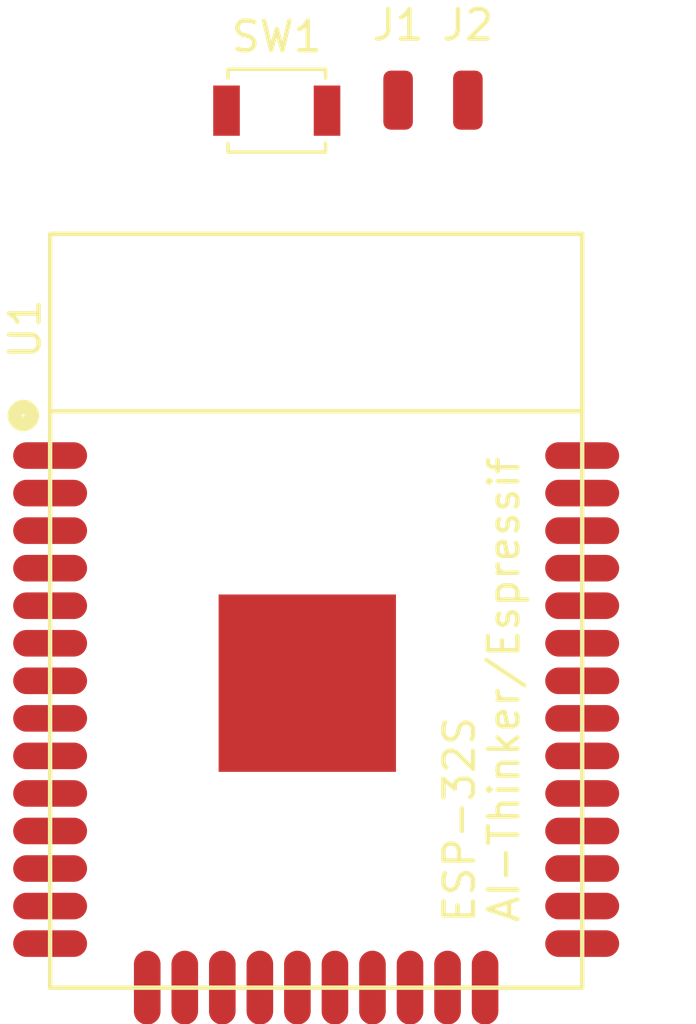
<source format=kicad_pcb>
(kicad_pcb (version 20171130) (host pcbnew "(5.1.6)-1")

  (general
    (thickness 1.6)
    (drawings 0)
    (tracks 0)
    (zones 0)
    (modules 4)
    (nets 40)
  )

  (page A4)
  (layers
    (0 F.Cu signal)
    (31 B.Cu signal)
    (32 B.Adhes user)
    (33 F.Adhes user)
    (34 B.Paste user)
    (35 F.Paste user)
    (36 B.SilkS user)
    (37 F.SilkS user)
    (38 B.Mask user)
    (39 F.Mask user)
    (40 Dwgs.User user)
    (41 Cmts.User user)
    (42 Eco1.User user)
    (43 Eco2.User user)
    (44 Edge.Cuts user)
    (45 Margin user)
    (46 B.CrtYd user)
    (47 F.CrtYd user)
    (48 B.Fab user)
    (49 F.Fab user)
  )

  (setup
    (last_trace_width 0.25)
    (trace_clearance 0.2)
    (zone_clearance 0.508)
    (zone_45_only no)
    (trace_min 0.2)
    (via_size 0.8)
    (via_drill 0.4)
    (via_min_size 0.4)
    (via_min_drill 0.3)
    (uvia_size 0.3)
    (uvia_drill 0.1)
    (uvias_allowed no)
    (uvia_min_size 0.2)
    (uvia_min_drill 0.1)
    (edge_width 0.05)
    (segment_width 0.2)
    (pcb_text_width 0.3)
    (pcb_text_size 1.5 1.5)
    (mod_edge_width 0.12)
    (mod_text_size 1 1)
    (mod_text_width 0.15)
    (pad_size 1.524 1.524)
    (pad_drill 0.762)
    (pad_to_mask_clearance 0.05)
    (aux_axis_origin 0 0)
    (visible_elements 7FFFFFFF)
    (pcbplotparams
      (layerselection 0x010fc_ffffffff)
      (usegerberextensions false)
      (usegerberattributes true)
      (usegerberadvancedattributes true)
      (creategerberjobfile true)
      (excludeedgelayer true)
      (linewidth 0.100000)
      (plotframeref false)
      (viasonmask false)
      (mode 1)
      (useauxorigin false)
      (hpglpennumber 1)
      (hpglpenspeed 20)
      (hpglpendiameter 15.000000)
      (psnegative false)
      (psa4output false)
      (plotreference true)
      (plotvalue true)
      (plotinvisibletext false)
      (padsonsilk false)
      (subtractmaskfromsilk false)
      (outputformat 1)
      (mirror false)
      (drillshape 1)
      (scaleselection 1)
      (outputdirectory ""))
  )

  (net 0 "")
  (net 1 "Net-(U1-Pad37)")
  (net 2 "Net-(U1-Pad36)")
  (net 3 "Net-(U1-Pad33)")
  (net 4 "Net-(U1-Pad32)")
  (net 5 "Net-(U1-Pad31)")
  (net 6 "Net-(U1-Pad30)")
  (net 7 "Net-(U1-Pad29)")
  (net 8 "Net-(U1-Pad28)")
  (net 9 "Net-(U1-Pad27)")
  (net 10 "Net-(U1-Pad26)")
  (net 11 "Net-(U1-Pad24)")
  (net 12 "Net-(U1-Pad23)")
  (net 13 "Net-(U1-Pad22)")
  (net 14 "Net-(U1-Pad21)")
  (net 15 "Net-(U1-Pad20)")
  (net 16 "Net-(U1-Pad19)")
  (net 17 "Net-(U1-Pad18)")
  (net 18 "Net-(U1-Pad17)")
  (net 19 "Net-(U1-Pad16)")
  (net 20 "Net-(U1-Pad15)")
  (net 21 "Net-(U1-Pad14)")
  (net 22 "Net-(U1-Pad13)")
  (net 23 "Net-(U1-Pad12)")
  (net 24 "Net-(U1-Pad11)")
  (net 25 "Net-(U1-Pad10)")
  (net 26 "Net-(U1-Pad9)")
  (net 27 "Net-(U1-Pad8)")
  (net 28 "Net-(U1-Pad7)")
  (net 29 "Net-(U1-Pad6)")
  (net 30 "Net-(U1-Pad5)")
  (net 31 "Net-(U1-Pad4)")
  (net 32 "Net-(U1-Pad3)")
  (net 33 "Net-(U1-Pad2)")
  (net 34 "Net-(U1-Pad1)")
  (net 35 "Net-(U1-Pad39)")
  (net 36 /Programador/Ground)
  (net 37 /Programador/TXDu0)
  (net 38 /Programador/RXDu0)
  (net 39 /Programador/Boot-Flash)

  (net_class Default "This is the default net class."
    (clearance 0.2)
    (trace_width 0.25)
    (via_dia 0.8)
    (via_drill 0.4)
    (uvia_dia 0.3)
    (uvia_drill 0.1)
    (add_net /Programador/Boot-Flash)
    (add_net /Programador/Ground)
    (add_net /Programador/RXDu0)
    (add_net /Programador/TXDu0)
    (add_net "Net-(U1-Pad1)")
    (add_net "Net-(U1-Pad10)")
    (add_net "Net-(U1-Pad11)")
    (add_net "Net-(U1-Pad12)")
    (add_net "Net-(U1-Pad13)")
    (add_net "Net-(U1-Pad14)")
    (add_net "Net-(U1-Pad15)")
    (add_net "Net-(U1-Pad16)")
    (add_net "Net-(U1-Pad17)")
    (add_net "Net-(U1-Pad18)")
    (add_net "Net-(U1-Pad19)")
    (add_net "Net-(U1-Pad2)")
    (add_net "Net-(U1-Pad20)")
    (add_net "Net-(U1-Pad21)")
    (add_net "Net-(U1-Pad22)")
    (add_net "Net-(U1-Pad23)")
    (add_net "Net-(U1-Pad24)")
    (add_net "Net-(U1-Pad26)")
    (add_net "Net-(U1-Pad27)")
    (add_net "Net-(U1-Pad28)")
    (add_net "Net-(U1-Pad29)")
    (add_net "Net-(U1-Pad3)")
    (add_net "Net-(U1-Pad30)")
    (add_net "Net-(U1-Pad31)")
    (add_net "Net-(U1-Pad32)")
    (add_net "Net-(U1-Pad33)")
    (add_net "Net-(U1-Pad36)")
    (add_net "Net-(U1-Pad37)")
    (add_net "Net-(U1-Pad39)")
    (add_net "Net-(U1-Pad4)")
    (add_net "Net-(U1-Pad5)")
    (add_net "Net-(U1-Pad6)")
    (add_net "Net-(U1-Pad7)")
    (add_net "Net-(U1-Pad8)")
    (add_net "Net-(U1-Pad9)")
  )

  (module ESP32-footprints-Lib:ESP-32S (layer F.Cu) (tedit 58152DB7) (tstamp 61950DB5)
    (at 124.46 82.55)
    (path /619515E6)
    (fp_text reference U1 (at -9.9 -13.8 270) (layer F.SilkS)
      (effects (font (size 1 1) (thickness 0.15)))
    )
    (fp_text value ESP-32S (at 0 -13.97) (layer F.Fab)
      (effects (font (size 1 1) (thickness 0.15)))
    )
    (fp_line (start 8.947434 -17.017338) (end -9.052566 -17.017338) (layer F.SilkS) (width 0.15))
    (fp_line (start 8.947434 8.482662) (end -9.052566 8.482662) (layer F.SilkS) (width 0.15))
    (fp_line (start 8.947434 -17.017338) (end 8.947434 8.482662) (layer F.SilkS) (width 0.15))
    (fp_line (start -9.052566 -17.017338) (end -9.052566 8.482662) (layer F.SilkS) (width 0.15))
    (fp_line (start 8.947434 -11.017338) (end -9.052566 -11.017338) (layer F.SilkS) (width 0.15))
    (fp_circle (center -9.958566 -10.871338) (end -10.085566 -11.125338) (layer F.SilkS) (width 0.5))
    (fp_text user AI-Thinker/Espressif (at 6.3 -1.6 90) (layer F.SilkS)
      (effects (font (size 1 1) (thickness 0.15)))
    )
    (fp_text user ESP-32S (at 4.8 2.8 90) (layer F.SilkS)
      (effects (font (size 1 1) (thickness 0.15)))
    )
    (pad 38 smd oval (at 8.947434 -9.517338 180) (size 2.5 0.9) (layers F.Cu F.Paste F.Mask)
      (net 36 /Programador/Ground))
    (pad 37 smd oval (at 8.947434 -8.247338 180) (size 2.5 0.9) (layers F.Cu F.Paste F.Mask)
      (net 1 "Net-(U1-Pad37)"))
    (pad 36 smd oval (at 8.947434 -6.977338 180) (size 2.5 0.9) (layers F.Cu F.Paste F.Mask)
      (net 2 "Net-(U1-Pad36)"))
    (pad 35 smd oval (at 8.947434 -5.707338 180) (size 2.5 0.9) (layers F.Cu F.Paste F.Mask)
      (net 37 /Programador/TXDu0))
    (pad 34 smd oval (at 8.947434 -4.437338 180) (size 2.5 0.9) (layers F.Cu F.Paste F.Mask)
      (net 38 /Programador/RXDu0))
    (pad 33 smd oval (at 8.947434 -3.167338 180) (size 2.5 0.9) (layers F.Cu F.Paste F.Mask)
      (net 3 "Net-(U1-Pad33)"))
    (pad 32 smd oval (at 8.947434 -1.897338 180) (size 2.5 0.9) (layers F.Cu F.Paste F.Mask)
      (net 4 "Net-(U1-Pad32)"))
    (pad 31 smd oval (at 8.947434 -0.627338 180) (size 2.5 0.9) (layers F.Cu F.Paste F.Mask)
      (net 5 "Net-(U1-Pad31)"))
    (pad 30 smd oval (at 8.947434 0.642662 180) (size 2.5 0.9) (layers F.Cu F.Paste F.Mask)
      (net 6 "Net-(U1-Pad30)"))
    (pad 29 smd oval (at 8.947434 1.912662 180) (size 2.5 0.9) (layers F.Cu F.Paste F.Mask)
      (net 7 "Net-(U1-Pad29)"))
    (pad 28 smd oval (at 8.947434 3.182662 180) (size 2.5 0.9) (layers F.Cu F.Paste F.Mask)
      (net 8 "Net-(U1-Pad28)"))
    (pad 27 smd oval (at 8.947434 4.452662 180) (size 2.5 0.9) (layers F.Cu F.Paste F.Mask)
      (net 9 "Net-(U1-Pad27)"))
    (pad 26 smd oval (at 8.947434 5.722662 180) (size 2.5 0.9) (layers F.Cu F.Paste F.Mask)
      (net 10 "Net-(U1-Pad26)"))
    (pad 25 smd oval (at 8.947434 6.992662 180) (size 2.5 0.9) (layers F.Cu F.Paste F.Mask)
      (net 39 /Programador/Boot-Flash))
    (pad 24 smd oval (at 5.662434 8.482662 180) (size 0.9 2.5) (layers F.Cu F.Paste F.Mask)
      (net 11 "Net-(U1-Pad24)"))
    (pad 23 smd oval (at 4.392434 8.482662 180) (size 0.9 2.5) (layers F.Cu F.Paste F.Mask)
      (net 12 "Net-(U1-Pad23)"))
    (pad 22 smd oval (at 3.122434 8.482662 180) (size 0.9 2.5) (layers F.Cu F.Paste F.Mask)
      (net 13 "Net-(U1-Pad22)"))
    (pad 21 smd oval (at 1.852434 8.482662 180) (size 0.9 2.5) (layers F.Cu F.Paste F.Mask)
      (net 14 "Net-(U1-Pad21)"))
    (pad 20 smd oval (at 0.582434 8.482662 180) (size 0.9 2.5) (layers F.Cu F.Paste F.Mask)
      (net 15 "Net-(U1-Pad20)"))
    (pad 19 smd oval (at -0.687566 8.482662 180) (size 0.9 2.5) (layers F.Cu F.Paste F.Mask)
      (net 16 "Net-(U1-Pad19)"))
    (pad 18 smd oval (at -1.957566 8.482662 180) (size 0.9 2.5) (layers F.Cu F.Paste F.Mask)
      (net 17 "Net-(U1-Pad18)"))
    (pad 17 smd oval (at -3.227566 8.482662 180) (size 0.9 2.5) (layers F.Cu F.Paste F.Mask)
      (net 18 "Net-(U1-Pad17)"))
    (pad 16 smd oval (at -4.497566 8.482662 180) (size 0.9 2.5) (layers F.Cu F.Paste F.Mask)
      (net 19 "Net-(U1-Pad16)"))
    (pad 15 smd oval (at -5.767566 8.482662 180) (size 0.9 2.5) (layers F.Cu F.Paste F.Mask)
      (net 20 "Net-(U1-Pad15)"))
    (pad 14 smd oval (at -9.052566 6.992662 180) (size 2.5 0.9) (layers F.Cu F.Paste F.Mask)
      (net 21 "Net-(U1-Pad14)"))
    (pad 13 smd oval (at -9.052566 5.722662 180) (size 2.5 0.9) (layers F.Cu F.Paste F.Mask)
      (net 22 "Net-(U1-Pad13)"))
    (pad 12 smd oval (at -9.052566 4.452662 180) (size 2.5 0.9) (layers F.Cu F.Paste F.Mask)
      (net 23 "Net-(U1-Pad12)"))
    (pad 11 smd oval (at -9.052566 3.182662 180) (size 2.5 0.9) (layers F.Cu F.Paste F.Mask)
      (net 24 "Net-(U1-Pad11)"))
    (pad 10 smd oval (at -9.052566 1.912662 180) (size 2.5 0.9) (layers F.Cu F.Paste F.Mask)
      (net 25 "Net-(U1-Pad10)"))
    (pad 9 smd oval (at -9.052566 0.642662 180) (size 2.5 0.9) (layers F.Cu F.Paste F.Mask)
      (net 26 "Net-(U1-Pad9)"))
    (pad 8 smd oval (at -9.052566 -0.627338 180) (size 2.5 0.9) (layers F.Cu F.Paste F.Mask)
      (net 27 "Net-(U1-Pad8)"))
    (pad 7 smd oval (at -9.052566 -1.897338 180) (size 2.5 0.9) (layers F.Cu F.Paste F.Mask)
      (net 28 "Net-(U1-Pad7)"))
    (pad 6 smd oval (at -9.052566 -3.167338 180) (size 2.5 0.9) (layers F.Cu F.Paste F.Mask)
      (net 29 "Net-(U1-Pad6)"))
    (pad 5 smd oval (at -9.052566 -4.437338 180) (size 2.5 0.9) (layers F.Cu F.Paste F.Mask)
      (net 30 "Net-(U1-Pad5)"))
    (pad 4 smd oval (at -9.052566 -5.707338 180) (size 2.5 0.9) (layers F.Cu F.Paste F.Mask)
      (net 31 "Net-(U1-Pad4)"))
    (pad 3 smd oval (at -9.052566 -6.977338 180) (size 2.5 0.9) (layers F.Cu F.Paste F.Mask)
      (net 32 "Net-(U1-Pad3)"))
    (pad 2 smd oval (at -9.052566 -8.247338 180) (size 2.5 0.9) (layers F.Cu F.Paste F.Mask)
      (net 33 "Net-(U1-Pad2)"))
    (pad 1 smd oval (at -9.052566 -9.517338 180) (size 2.5 0.9) (layers F.Cu F.Paste F.Mask)
      (net 34 "Net-(U1-Pad1)"))
    (pad 39 smd rect (at -0.352566 -1.817338 180) (size 6 6) (layers F.Cu F.Paste F.Mask)
      (net 35 "Net-(U1-Pad39)"))
    (model :Proyecto_Embebidos:ESP32-WROOM-32D--3DModel-STEP-56544.STEP
      (offset (xyz -0.05 4.25 0))
      (scale (xyz 1 1 1))
      (rotate (xyz -90 0 0))
    )
  )

  (module Connector_Wire:SolderWirePad_1x01_SMD_1x2mm (layer F.Cu) (tedit 5DD6EB27) (tstamp 6196B845)
    (at 127.180001 61.010001)
    (descr "Wire Pad, Square, SMD Pad,  5mm x 10mm,")
    (tags "MesurementPoint Square SMDPad 5mmx10mm ")
    (path /61955D17/6196EA06)
    (attr virtual)
    (fp_text reference J1 (at 0 -2.54) (layer F.SilkS)
      (effects (font (size 1 1) (thickness 0.15)))
    )
    (fp_text value Conn_01x01_Female (at 0 2.54) (layer F.Fab)
      (effects (font (size 1 1) (thickness 0.15)))
    )
    (fp_line (start -0.63 1.27) (end -0.63 -1.27) (layer F.Fab) (width 0.1))
    (fp_line (start 0.63 1.27) (end -0.63 1.27) (layer F.Fab) (width 0.1))
    (fp_line (start 0.63 -1.27) (end 0.63 1.27) (layer F.Fab) (width 0.1))
    (fp_line (start -0.63 -1.27) (end 0.63 -1.27) (layer F.Fab) (width 0.1))
    (fp_line (start -0.63 -1.27) (end -0.63 1.27) (layer F.CrtYd) (width 0.05))
    (fp_line (start -0.63 1.27) (end 0.63 1.27) (layer F.CrtYd) (width 0.05))
    (fp_line (start 0.63 1.27) (end 0.63 -1.27) (layer F.CrtYd) (width 0.05))
    (fp_line (start 0.63 -1.27) (end -0.63 -1.27) (layer F.CrtYd) (width 0.05))
    (fp_text user %R (at 0 0) (layer F.Fab)
      (effects (font (size 1 1) (thickness 0.15)))
    )
    (pad 1 smd roundrect (at 0 0) (size 1 2) (layers F.Cu F.Paste F.Mask) (roundrect_rratio 0.25)
      (net 38 /Programador/RXDu0))
  )

  (module Connector_Wire:SolderWirePad_1x01_SMD_1x2mm (layer F.Cu) (tedit 5DD6EB27) (tstamp 6196B853)
    (at 129.540001 61.010001)
    (descr "Wire Pad, Square, SMD Pad,  5mm x 10mm,")
    (tags "MesurementPoint Square SMDPad 5mmx10mm ")
    (path /61955D17/6196F61A)
    (attr virtual)
    (fp_text reference J2 (at 0 -2.54) (layer F.SilkS)
      (effects (font (size 1 1) (thickness 0.15)))
    )
    (fp_text value Conn_01x01_Female (at 0 2.54) (layer F.Fab)
      (effects (font (size 1 1) (thickness 0.15)))
    )
    (fp_text user %R (at 0 0) (layer F.Fab)
      (effects (font (size 1 1) (thickness 0.15)))
    )
    (fp_line (start 0.63 -1.27) (end -0.63 -1.27) (layer F.CrtYd) (width 0.05))
    (fp_line (start 0.63 1.27) (end 0.63 -1.27) (layer F.CrtYd) (width 0.05))
    (fp_line (start -0.63 1.27) (end 0.63 1.27) (layer F.CrtYd) (width 0.05))
    (fp_line (start -0.63 -1.27) (end -0.63 1.27) (layer F.CrtYd) (width 0.05))
    (fp_line (start -0.63 -1.27) (end 0.63 -1.27) (layer F.Fab) (width 0.1))
    (fp_line (start 0.63 -1.27) (end 0.63 1.27) (layer F.Fab) (width 0.1))
    (fp_line (start 0.63 1.27) (end -0.63 1.27) (layer F.Fab) (width 0.1))
    (fp_line (start -0.63 1.27) (end -0.63 -1.27) (layer F.Fab) (width 0.1))
    (pad 1 smd roundrect (at 0 0) (size 1 2) (layers F.Cu F.Paste F.Mask) (roundrect_rratio 0.25)
      (net 37 /Programador/TXDu0))
  )

  (module Button_Switch_SMD:SW_SPST_B3U-1000P (layer F.Cu) (tedit 5A02FC95) (tstamp 6196B869)
    (at 123.075001 61.365001)
    (descr "Ultra-small-sized Tactile Switch with High Contact Reliability, Top-actuated Model, without Ground Terminal, without Boss")
    (tags "Tactile Switch")
    (path /61955D17/6196FF55)
    (attr smd)
    (fp_text reference SW1 (at 0 -2.5) (layer F.SilkS)
      (effects (font (size 1 1) (thickness 0.15)))
    )
    (fp_text value SW_Push (at 0 2.5) (layer F.Fab)
      (effects (font (size 1 1) (thickness 0.15)))
    )
    (fp_circle (center 0 0) (end 0.75 0) (layer F.Fab) (width 0.1))
    (fp_line (start -1.5 1.25) (end -1.5 -1.25) (layer F.Fab) (width 0.1))
    (fp_line (start 1.5 1.25) (end -1.5 1.25) (layer F.Fab) (width 0.1))
    (fp_line (start 1.5 -1.25) (end 1.5 1.25) (layer F.Fab) (width 0.1))
    (fp_line (start -1.5 -1.25) (end 1.5 -1.25) (layer F.Fab) (width 0.1))
    (fp_line (start 1.65 -1.4) (end 1.65 -1.1) (layer F.SilkS) (width 0.12))
    (fp_line (start -1.65 -1.4) (end 1.65 -1.4) (layer F.SilkS) (width 0.12))
    (fp_line (start -1.65 -1.1) (end -1.65 -1.4) (layer F.SilkS) (width 0.12))
    (fp_line (start 1.65 1.4) (end 1.65 1.1) (layer F.SilkS) (width 0.12))
    (fp_line (start -1.65 1.4) (end 1.65 1.4) (layer F.SilkS) (width 0.12))
    (fp_line (start -1.65 1.1) (end -1.65 1.4) (layer F.SilkS) (width 0.12))
    (fp_line (start -2.4 -1.65) (end -2.4 1.65) (layer F.CrtYd) (width 0.05))
    (fp_line (start 2.4 -1.65) (end -2.4 -1.65) (layer F.CrtYd) (width 0.05))
    (fp_line (start 2.4 1.65) (end 2.4 -1.65) (layer F.CrtYd) (width 0.05))
    (fp_line (start -2.4 1.65) (end 2.4 1.65) (layer F.CrtYd) (width 0.05))
    (fp_text user %R (at 0 -2.5) (layer F.Fab)
      (effects (font (size 1 1) (thickness 0.15)))
    )
    (pad 1 smd rect (at -1.7 0) (size 0.9 1.7) (layers F.Cu F.Paste F.Mask)
      (net 39 /Programador/Boot-Flash))
    (pad 2 smd rect (at 1.7 0) (size 0.9 1.7) (layers F.Cu F.Paste F.Mask)
      (net 36 /Programador/Ground))
    (model ${KISYS3DMOD}/Button_Switch_SMD.3dshapes/SW_SPST_B3U-1000P.wrl
      (at (xyz 0 0 0))
      (scale (xyz 1 1 1))
      (rotate (xyz 0 0 0))
    )
  )

)

</source>
